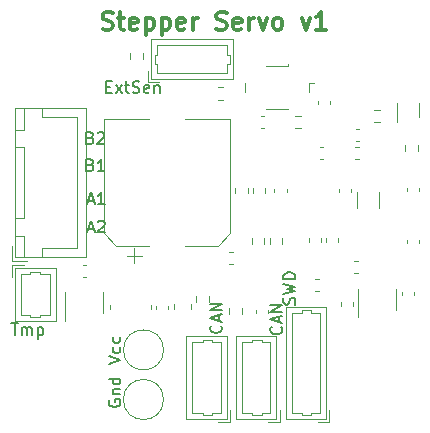
<source format=gbr>
%TF.GenerationSoftware,KiCad,Pcbnew,5.1.10-88a1d61d58~88~ubuntu20.04.1*%
%TF.CreationDate,2021-05-10T19:00:39+02:00*%
%TF.ProjectId,StepperServo,53746570-7065-4725-9365-72766f2e6b69,rev?*%
%TF.SameCoordinates,Original*%
%TF.FileFunction,Legend,Top*%
%TF.FilePolarity,Positive*%
%FSLAX46Y46*%
G04 Gerber Fmt 4.6, Leading zero omitted, Abs format (unit mm)*
G04 Created by KiCad (PCBNEW 5.1.10-88a1d61d58~88~ubuntu20.04.1) date 2021-05-10 19:00:39*
%MOMM*%
%LPD*%
G01*
G04 APERTURE LIST*
%ADD10C,0.150000*%
%ADD11C,0.300000*%
%ADD12C,0.120000*%
G04 APERTURE END LIST*
D10*
X157757142Y-116242857D02*
X157804761Y-116290476D01*
X157852380Y-116433333D01*
X157852380Y-116528571D01*
X157804761Y-116671428D01*
X157709523Y-116766666D01*
X157614285Y-116814285D01*
X157423809Y-116861904D01*
X157280952Y-116861904D01*
X157090476Y-116814285D01*
X156995238Y-116766666D01*
X156900000Y-116671428D01*
X156852380Y-116528571D01*
X156852380Y-116433333D01*
X156900000Y-116290476D01*
X156947619Y-116242857D01*
X157566666Y-115861904D02*
X157566666Y-115385714D01*
X157852380Y-115957142D02*
X156852380Y-115623809D01*
X157852380Y-115290476D01*
X157852380Y-114957142D02*
X156852380Y-114957142D01*
X157852380Y-114385714D01*
X156852380Y-114385714D01*
X152657142Y-116142857D02*
X152704761Y-116190476D01*
X152752380Y-116333333D01*
X152752380Y-116428571D01*
X152704761Y-116571428D01*
X152609523Y-116666666D01*
X152514285Y-116714285D01*
X152323809Y-116761904D01*
X152180952Y-116761904D01*
X151990476Y-116714285D01*
X151895238Y-116666666D01*
X151800000Y-116571428D01*
X151752380Y-116428571D01*
X151752380Y-116333333D01*
X151800000Y-116190476D01*
X151847619Y-116142857D01*
X152466666Y-115761904D02*
X152466666Y-115285714D01*
X152752380Y-115857142D02*
X151752380Y-115523809D01*
X152752380Y-115190476D01*
X152752380Y-114857142D02*
X151752380Y-114857142D01*
X152752380Y-114285714D01*
X151752380Y-114285714D01*
X158904761Y-114357142D02*
X158952380Y-114214285D01*
X158952380Y-113976190D01*
X158904761Y-113880952D01*
X158857142Y-113833333D01*
X158761904Y-113785714D01*
X158666666Y-113785714D01*
X158571428Y-113833333D01*
X158523809Y-113880952D01*
X158476190Y-113976190D01*
X158428571Y-114166666D01*
X158380952Y-114261904D01*
X158333333Y-114309523D01*
X158238095Y-114357142D01*
X158142857Y-114357142D01*
X158047619Y-114309523D01*
X158000000Y-114261904D01*
X157952380Y-114166666D01*
X157952380Y-113928571D01*
X158000000Y-113785714D01*
X157952380Y-113452380D02*
X158952380Y-113214285D01*
X158238095Y-113023809D01*
X158952380Y-112833333D01*
X157952380Y-112595238D01*
X158952380Y-112214285D02*
X157952380Y-112214285D01*
X157952380Y-111976190D01*
X158000000Y-111833333D01*
X158095238Y-111738095D01*
X158190476Y-111690476D01*
X158380952Y-111642857D01*
X158523809Y-111642857D01*
X158714285Y-111690476D01*
X158809523Y-111738095D01*
X158904761Y-111833333D01*
X158952380Y-111976190D01*
X158952380Y-112214285D01*
X142938095Y-95928571D02*
X143271428Y-95928571D01*
X143414285Y-96452380D02*
X142938095Y-96452380D01*
X142938095Y-95452380D01*
X143414285Y-95452380D01*
X143747619Y-96452380D02*
X144271428Y-95785714D01*
X143747619Y-95785714D02*
X144271428Y-96452380D01*
X144509523Y-95785714D02*
X144890476Y-95785714D01*
X144652380Y-95452380D02*
X144652380Y-96309523D01*
X144700000Y-96404761D01*
X144795238Y-96452380D01*
X144890476Y-96452380D01*
X145176190Y-96404761D02*
X145319047Y-96452380D01*
X145557142Y-96452380D01*
X145652380Y-96404761D01*
X145700000Y-96357142D01*
X145747619Y-96261904D01*
X145747619Y-96166666D01*
X145700000Y-96071428D01*
X145652380Y-96023809D01*
X145557142Y-95976190D01*
X145366666Y-95928571D01*
X145271428Y-95880952D01*
X145223809Y-95833333D01*
X145176190Y-95738095D01*
X145176190Y-95642857D01*
X145223809Y-95547619D01*
X145271428Y-95500000D01*
X145366666Y-95452380D01*
X145604761Y-95452380D01*
X145747619Y-95500000D01*
X146557142Y-96404761D02*
X146461904Y-96452380D01*
X146271428Y-96452380D01*
X146176190Y-96404761D01*
X146128571Y-96309523D01*
X146128571Y-95928571D01*
X146176190Y-95833333D01*
X146271428Y-95785714D01*
X146461904Y-95785714D01*
X146557142Y-95833333D01*
X146604761Y-95928571D01*
X146604761Y-96023809D01*
X146128571Y-96119047D01*
X147033333Y-95785714D02*
X147033333Y-96452380D01*
X147033333Y-95880952D02*
X147080952Y-95833333D01*
X147176190Y-95785714D01*
X147319047Y-95785714D01*
X147414285Y-95833333D01*
X147461904Y-95928571D01*
X147461904Y-96452380D01*
X141385714Y-107966666D02*
X141861904Y-107966666D01*
X141290476Y-108252380D02*
X141623809Y-107252380D01*
X141957142Y-108252380D01*
X142242857Y-107347619D02*
X142290476Y-107300000D01*
X142385714Y-107252380D01*
X142623809Y-107252380D01*
X142719047Y-107300000D01*
X142766666Y-107347619D01*
X142814285Y-107442857D01*
X142814285Y-107538095D01*
X142766666Y-107680952D01*
X142195238Y-108252380D01*
X142814285Y-108252380D01*
X141385714Y-105566666D02*
X141861904Y-105566666D01*
X141290476Y-105852380D02*
X141623809Y-104852380D01*
X141957142Y-105852380D01*
X142814285Y-105852380D02*
X142242857Y-105852380D01*
X142528571Y-105852380D02*
X142528571Y-104852380D01*
X142433333Y-104995238D01*
X142338095Y-105090476D01*
X142242857Y-105138095D01*
X141595238Y-100228571D02*
X141738095Y-100276190D01*
X141785714Y-100323809D01*
X141833333Y-100419047D01*
X141833333Y-100561904D01*
X141785714Y-100657142D01*
X141738095Y-100704761D01*
X141642857Y-100752380D01*
X141261904Y-100752380D01*
X141261904Y-99752380D01*
X141595238Y-99752380D01*
X141690476Y-99800000D01*
X141738095Y-99847619D01*
X141785714Y-99942857D01*
X141785714Y-100038095D01*
X141738095Y-100133333D01*
X141690476Y-100180952D01*
X141595238Y-100228571D01*
X141261904Y-100228571D01*
X142214285Y-99847619D02*
X142261904Y-99800000D01*
X142357142Y-99752380D01*
X142595238Y-99752380D01*
X142690476Y-99800000D01*
X142738095Y-99847619D01*
X142785714Y-99942857D01*
X142785714Y-100038095D01*
X142738095Y-100180952D01*
X142166666Y-100752380D01*
X142785714Y-100752380D01*
X141595238Y-102528571D02*
X141738095Y-102576190D01*
X141785714Y-102623809D01*
X141833333Y-102719047D01*
X141833333Y-102861904D01*
X141785714Y-102957142D01*
X141738095Y-103004761D01*
X141642857Y-103052380D01*
X141261904Y-103052380D01*
X141261904Y-102052380D01*
X141595238Y-102052380D01*
X141690476Y-102100000D01*
X141738095Y-102147619D01*
X141785714Y-102242857D01*
X141785714Y-102338095D01*
X141738095Y-102433333D01*
X141690476Y-102480952D01*
X141595238Y-102528571D01*
X141261904Y-102528571D01*
X142785714Y-103052380D02*
X142214285Y-103052380D01*
X142500000Y-103052380D02*
X142500000Y-102052380D01*
X142404761Y-102195238D01*
X142309523Y-102290476D01*
X142214285Y-102338095D01*
X134895238Y-115952380D02*
X135466666Y-115952380D01*
X135180952Y-116952380D02*
X135180952Y-115952380D01*
X135800000Y-116952380D02*
X135800000Y-116285714D01*
X135800000Y-116380952D02*
X135847619Y-116333333D01*
X135942857Y-116285714D01*
X136085714Y-116285714D01*
X136180952Y-116333333D01*
X136228571Y-116428571D01*
X136228571Y-116952380D01*
X136228571Y-116428571D02*
X136276190Y-116333333D01*
X136371428Y-116285714D01*
X136514285Y-116285714D01*
X136609523Y-116333333D01*
X136657142Y-116428571D01*
X136657142Y-116952380D01*
X137133333Y-116285714D02*
X137133333Y-117285714D01*
X137133333Y-116333333D02*
X137228571Y-116285714D01*
X137419047Y-116285714D01*
X137514285Y-116333333D01*
X137561904Y-116380952D01*
X137609523Y-116476190D01*
X137609523Y-116761904D01*
X137561904Y-116857142D01*
X137514285Y-116904761D01*
X137419047Y-116952380D01*
X137228571Y-116952380D01*
X137133333Y-116904761D01*
X143152380Y-119390476D02*
X144152380Y-119057142D01*
X143152380Y-118723809D01*
X144104761Y-117961904D02*
X144152380Y-118057142D01*
X144152380Y-118247619D01*
X144104761Y-118342857D01*
X144057142Y-118390476D01*
X143961904Y-118438095D01*
X143676190Y-118438095D01*
X143580952Y-118390476D01*
X143533333Y-118342857D01*
X143485714Y-118247619D01*
X143485714Y-118057142D01*
X143533333Y-117961904D01*
X144104761Y-117104761D02*
X144152380Y-117200000D01*
X144152380Y-117390476D01*
X144104761Y-117485714D01*
X144057142Y-117533333D01*
X143961904Y-117580952D01*
X143676190Y-117580952D01*
X143580952Y-117533333D01*
X143533333Y-117485714D01*
X143485714Y-117390476D01*
X143485714Y-117200000D01*
X143533333Y-117104761D01*
X143200000Y-122442857D02*
X143152380Y-122538095D01*
X143152380Y-122680952D01*
X143200000Y-122823809D01*
X143295238Y-122919047D01*
X143390476Y-122966666D01*
X143580952Y-123014285D01*
X143723809Y-123014285D01*
X143914285Y-122966666D01*
X144009523Y-122919047D01*
X144104761Y-122823809D01*
X144152380Y-122680952D01*
X144152380Y-122585714D01*
X144104761Y-122442857D01*
X144057142Y-122395238D01*
X143723809Y-122395238D01*
X143723809Y-122585714D01*
X143485714Y-121966666D02*
X144152380Y-121966666D01*
X143580952Y-121966666D02*
X143533333Y-121919047D01*
X143485714Y-121823809D01*
X143485714Y-121680952D01*
X143533333Y-121585714D01*
X143628571Y-121538095D01*
X144152380Y-121538095D01*
X144152380Y-120633333D02*
X143152380Y-120633333D01*
X144104761Y-120633333D02*
X144152380Y-120728571D01*
X144152380Y-120919047D01*
X144104761Y-121014285D01*
X144057142Y-121061904D01*
X143961904Y-121109523D01*
X143676190Y-121109523D01*
X143580952Y-121061904D01*
X143533333Y-121014285D01*
X143485714Y-120919047D01*
X143485714Y-120728571D01*
X143533333Y-120633333D01*
D11*
X142635714Y-91007142D02*
X142850000Y-91078571D01*
X143207142Y-91078571D01*
X143350000Y-91007142D01*
X143421428Y-90935714D01*
X143492857Y-90792857D01*
X143492857Y-90650000D01*
X143421428Y-90507142D01*
X143350000Y-90435714D01*
X143207142Y-90364285D01*
X142921428Y-90292857D01*
X142778571Y-90221428D01*
X142707142Y-90150000D01*
X142635714Y-90007142D01*
X142635714Y-89864285D01*
X142707142Y-89721428D01*
X142778571Y-89650000D01*
X142921428Y-89578571D01*
X143278571Y-89578571D01*
X143492857Y-89650000D01*
X143921428Y-90078571D02*
X144492857Y-90078571D01*
X144135714Y-89578571D02*
X144135714Y-90864285D01*
X144207142Y-91007142D01*
X144350000Y-91078571D01*
X144492857Y-91078571D01*
X145564285Y-91007142D02*
X145421428Y-91078571D01*
X145135714Y-91078571D01*
X144992857Y-91007142D01*
X144921428Y-90864285D01*
X144921428Y-90292857D01*
X144992857Y-90150000D01*
X145135714Y-90078571D01*
X145421428Y-90078571D01*
X145564285Y-90150000D01*
X145635714Y-90292857D01*
X145635714Y-90435714D01*
X144921428Y-90578571D01*
X146278571Y-90078571D02*
X146278571Y-91578571D01*
X146278571Y-90150000D02*
X146421428Y-90078571D01*
X146707142Y-90078571D01*
X146850000Y-90150000D01*
X146921428Y-90221428D01*
X146992857Y-90364285D01*
X146992857Y-90792857D01*
X146921428Y-90935714D01*
X146850000Y-91007142D01*
X146707142Y-91078571D01*
X146421428Y-91078571D01*
X146278571Y-91007142D01*
X147635714Y-90078571D02*
X147635714Y-91578571D01*
X147635714Y-90150000D02*
X147778571Y-90078571D01*
X148064285Y-90078571D01*
X148207142Y-90150000D01*
X148278571Y-90221428D01*
X148350000Y-90364285D01*
X148350000Y-90792857D01*
X148278571Y-90935714D01*
X148207142Y-91007142D01*
X148064285Y-91078571D01*
X147778571Y-91078571D01*
X147635714Y-91007142D01*
X149564285Y-91007142D02*
X149421428Y-91078571D01*
X149135714Y-91078571D01*
X148992857Y-91007142D01*
X148921428Y-90864285D01*
X148921428Y-90292857D01*
X148992857Y-90150000D01*
X149135714Y-90078571D01*
X149421428Y-90078571D01*
X149564285Y-90150000D01*
X149635714Y-90292857D01*
X149635714Y-90435714D01*
X148921428Y-90578571D01*
X150278571Y-91078571D02*
X150278571Y-90078571D01*
X150278571Y-90364285D02*
X150350000Y-90221428D01*
X150421428Y-90150000D01*
X150564285Y-90078571D01*
X150707142Y-90078571D01*
X152278571Y-91007142D02*
X152492857Y-91078571D01*
X152850000Y-91078571D01*
X152992857Y-91007142D01*
X153064285Y-90935714D01*
X153135714Y-90792857D01*
X153135714Y-90650000D01*
X153064285Y-90507142D01*
X152992857Y-90435714D01*
X152850000Y-90364285D01*
X152564285Y-90292857D01*
X152421428Y-90221428D01*
X152350000Y-90150000D01*
X152278571Y-90007142D01*
X152278571Y-89864285D01*
X152350000Y-89721428D01*
X152421428Y-89650000D01*
X152564285Y-89578571D01*
X152921428Y-89578571D01*
X153135714Y-89650000D01*
X154350000Y-91007142D02*
X154207142Y-91078571D01*
X153921428Y-91078571D01*
X153778571Y-91007142D01*
X153707142Y-90864285D01*
X153707142Y-90292857D01*
X153778571Y-90150000D01*
X153921428Y-90078571D01*
X154207142Y-90078571D01*
X154350000Y-90150000D01*
X154421428Y-90292857D01*
X154421428Y-90435714D01*
X153707142Y-90578571D01*
X155064285Y-91078571D02*
X155064285Y-90078571D01*
X155064285Y-90364285D02*
X155135714Y-90221428D01*
X155207142Y-90150000D01*
X155350000Y-90078571D01*
X155492857Y-90078571D01*
X155850000Y-90078571D02*
X156207142Y-91078571D01*
X156564285Y-90078571D01*
X157350000Y-91078571D02*
X157207142Y-91007142D01*
X157135714Y-90935714D01*
X157064285Y-90792857D01*
X157064285Y-90364285D01*
X157135714Y-90221428D01*
X157207142Y-90150000D01*
X157350000Y-90078571D01*
X157564285Y-90078571D01*
X157707142Y-90150000D01*
X157778571Y-90221428D01*
X157850000Y-90364285D01*
X157850000Y-90792857D01*
X157778571Y-90935714D01*
X157707142Y-91007142D01*
X157564285Y-91078571D01*
X157350000Y-91078571D01*
X159492857Y-90078571D02*
X159850000Y-91078571D01*
X160207142Y-90078571D01*
X161564285Y-91078571D02*
X160707142Y-91078571D01*
X161135714Y-91078571D02*
X161135714Y-89578571D01*
X160992857Y-89792857D01*
X160850000Y-89935714D01*
X160707142Y-90007142D01*
D12*
%TO.C,C41*%
X140959420Y-112010000D02*
X141240580Y-112010000D01*
X140959420Y-110990000D02*
X141240580Y-110990000D01*
%TO.C,U7*%
X142710000Y-115100000D02*
X142710000Y-113300000D01*
X139490000Y-113300000D02*
X139490000Y-115750000D01*
%TO.C,R23*%
X151622500Y-113662742D02*
X151622500Y-114137258D01*
X150577500Y-113662742D02*
X150577500Y-114137258D01*
%TO.C,R1*%
X146710000Y-114367017D02*
X146710000Y-114732983D01*
X143290000Y-114367017D02*
X143290000Y-114732983D01*
%TO.C,C40*%
X161110000Y-108759420D02*
X161110000Y-109040580D01*
X160090000Y-108759420D02*
X160090000Y-109040580D01*
%TO.C,C7*%
X162610000Y-108759420D02*
X162610000Y-109040580D01*
X161590000Y-108759420D02*
X161590000Y-109040580D01*
%TO.C,U1*%
X167510000Y-114800000D02*
X167510000Y-113000000D01*
X164290000Y-113000000D02*
X164290000Y-115450000D01*
%TO.C,R19*%
X159412258Y-99422500D02*
X158937742Y-99422500D01*
X159412258Y-98377500D02*
X158937742Y-98377500D01*
%TO.C,R4*%
X156777500Y-109212258D02*
X156777500Y-108737742D01*
X157822500Y-109212258D02*
X157822500Y-108737742D01*
%TO.C,J6*%
X138660000Y-111290000D02*
X135240000Y-111290000D01*
X135240000Y-111290000D02*
X135240000Y-115760000D01*
X135240000Y-115760000D02*
X138660000Y-115760000D01*
X138660000Y-115760000D02*
X138660000Y-111290000D01*
X135750000Y-113525000D02*
X135750000Y-111800000D01*
X135750000Y-111800000D02*
X136500000Y-111800000D01*
X136500000Y-111800000D02*
X136500000Y-111600000D01*
X136500000Y-111600000D02*
X137300000Y-111600000D01*
X137300000Y-111600000D02*
X137300000Y-111800000D01*
X137300000Y-111800000D02*
X138150000Y-111800000D01*
X138150000Y-111800000D02*
X138150000Y-113525000D01*
X135750000Y-113525000D02*
X135750000Y-115250000D01*
X135750000Y-115250000D02*
X136500000Y-115250000D01*
X136500000Y-115250000D02*
X136500000Y-115450000D01*
X136500000Y-115450000D02*
X137300000Y-115450000D01*
X137300000Y-115450000D02*
X137300000Y-115250000D01*
X137300000Y-115250000D02*
X138150000Y-115250000D01*
X138150000Y-115250000D02*
X138150000Y-113525000D01*
X134950000Y-111000000D02*
X135950000Y-111000000D01*
X134950000Y-111000000D02*
X134950000Y-112000000D01*
%TO.C,J4*%
X146740000Y-91840000D02*
X146740000Y-95260000D01*
X146740000Y-95260000D02*
X153710000Y-95260000D01*
X153710000Y-95260000D02*
X153710000Y-91840000D01*
X153710000Y-91840000D02*
X146740000Y-91840000D01*
X150225000Y-94750000D02*
X147250000Y-94750000D01*
X147250000Y-94750000D02*
X147250000Y-94000000D01*
X147250000Y-94000000D02*
X147050000Y-94000000D01*
X147050000Y-94000000D02*
X147050000Y-93200000D01*
X147050000Y-93200000D02*
X147250000Y-93200000D01*
X147250000Y-93200000D02*
X147250000Y-92350000D01*
X147250000Y-92350000D02*
X150225000Y-92350000D01*
X150225000Y-94750000D02*
X153200000Y-94750000D01*
X153200000Y-94750000D02*
X153200000Y-94000000D01*
X153200000Y-94000000D02*
X153400000Y-94000000D01*
X153400000Y-94000000D02*
X153400000Y-93200000D01*
X153400000Y-93200000D02*
X153200000Y-93200000D01*
X153200000Y-93200000D02*
X153200000Y-92350000D01*
X153200000Y-92350000D02*
X150225000Y-92350000D01*
X146450000Y-95550000D02*
X146450000Y-94550000D01*
X146450000Y-95550000D02*
X147450000Y-95550000D01*
%TO.C,C39*%
X153640580Y-110910000D02*
X153359420Y-110910000D01*
X153640580Y-109890000D02*
X153359420Y-109890000D01*
%TO.C,C35*%
X163710000Y-104559420D02*
X163710000Y-104840580D01*
X162690000Y-104559420D02*
X162690000Y-104840580D01*
%TO.C,C34*%
X160890000Y-97365580D02*
X160890000Y-97084420D01*
X161910000Y-97365580D02*
X161910000Y-97084420D01*
%TO.C,C33*%
X156059420Y-98390000D02*
X156340580Y-98390000D01*
X156059420Y-99410000D02*
X156340580Y-99410000D01*
%TO.C,C30*%
X164315580Y-102010000D02*
X164034420Y-102010000D01*
X164315580Y-100990000D02*
X164034420Y-100990000D01*
%TO.C,C28*%
X164365580Y-100510000D02*
X164084420Y-100510000D01*
X164365580Y-99490000D02*
X164084420Y-99490000D01*
%TO.C,C27*%
X169410000Y-108859420D02*
X169410000Y-109140580D01*
X168390000Y-108859420D02*
X168390000Y-109140580D01*
%TO.C,C26*%
X168390000Y-104740580D02*
X168390000Y-104459420D01*
X169410000Y-104740580D02*
X169410000Y-104459420D01*
%TO.C,C25*%
X157190000Y-104840580D02*
X157190000Y-104559420D01*
X158210000Y-104840580D02*
X158210000Y-104559420D01*
%TO.C,C24*%
X161315580Y-102010000D02*
X161034420Y-102010000D01*
X161315580Y-100990000D02*
X161034420Y-100990000D01*
%TO.C,C23*%
X160940580Y-113210000D02*
X160659420Y-113210000D01*
X160940580Y-112190000D02*
X160659420Y-112190000D01*
%TO.C,C5*%
X164190000Y-106211252D02*
X164190000Y-104788748D01*
X166010000Y-106211252D02*
X166010000Y-104788748D01*
%TO.C,Y1*%
X160500000Y-95600000D02*
X160100000Y-95600000D01*
X160100000Y-95600000D02*
X160100000Y-96400000D01*
X154700000Y-96400000D02*
X154700000Y-95600000D01*
X158300000Y-97800000D02*
X156500000Y-97800000D01*
X156500000Y-94200000D02*
X158300000Y-94200000D01*
X158300000Y-94200000D02*
X158300000Y-93960000D01*
%TO.C,R22*%
X165637742Y-97877500D02*
X166112258Y-97877500D01*
X165637742Y-98922500D02*
X166112258Y-98922500D01*
%TO.C,R21*%
X168277500Y-101337258D02*
X168277500Y-100862742D01*
X169322500Y-101337258D02*
X169322500Y-100862742D01*
%TO.C,R15*%
X153877500Y-104937258D02*
X153877500Y-104462742D01*
X154922500Y-104937258D02*
X154922500Y-104462742D01*
%TO.C,R14*%
X155377500Y-104937258D02*
X155377500Y-104462742D01*
X156422500Y-104937258D02*
X156422500Y-104462742D01*
%TO.C,R13*%
X146022500Y-93062742D02*
X146022500Y-93537258D01*
X144977500Y-93062742D02*
X144977500Y-93537258D01*
%TO.C,R12*%
X152387742Y-95977500D02*
X152862258Y-95977500D01*
X152387742Y-97022500D02*
X152862258Y-97022500D01*
%TO.C,R6*%
X155277500Y-109237258D02*
X155277500Y-108762742D01*
X156322500Y-109237258D02*
X156322500Y-108762742D01*
%TO.C,R3*%
X150135000Y-114272936D02*
X150135000Y-114727064D01*
X148665000Y-114272936D02*
X148665000Y-114727064D01*
%TO.C,R2*%
X154422500Y-114662742D02*
X154422500Y-115137258D01*
X153377500Y-114662742D02*
X153377500Y-115137258D01*
%TO.C,J_SWD1*%
X158140000Y-124010000D02*
X161560000Y-124010000D01*
X161560000Y-124010000D02*
X161560000Y-114540000D01*
X161560000Y-114540000D02*
X158140000Y-114540000D01*
X158140000Y-114540000D02*
X158140000Y-124010000D01*
X161050000Y-119275000D02*
X161050000Y-123500000D01*
X161050000Y-123500000D02*
X160300000Y-123500000D01*
X160300000Y-123500000D02*
X160300000Y-123700000D01*
X160300000Y-123700000D02*
X159500000Y-123700000D01*
X159500000Y-123700000D02*
X159500000Y-123500000D01*
X159500000Y-123500000D02*
X158650000Y-123500000D01*
X158650000Y-123500000D02*
X158650000Y-119275000D01*
X161050000Y-119275000D02*
X161050000Y-115050000D01*
X161050000Y-115050000D02*
X160300000Y-115050000D01*
X160300000Y-115050000D02*
X160300000Y-114850000D01*
X160300000Y-114850000D02*
X159500000Y-114850000D01*
X159500000Y-114850000D02*
X159500000Y-115050000D01*
X159500000Y-115050000D02*
X158650000Y-115050000D01*
X158650000Y-115050000D02*
X158650000Y-119275000D01*
X161850000Y-124300000D02*
X160850000Y-124300000D01*
X161850000Y-124300000D02*
X161850000Y-123300000D01*
%TO.C,J_CAN2*%
X149740000Y-124010000D02*
X153160000Y-124010000D01*
X153160000Y-124010000D02*
X153160000Y-117040000D01*
X153160000Y-117040000D02*
X149740000Y-117040000D01*
X149740000Y-117040000D02*
X149740000Y-124010000D01*
X152650000Y-120525000D02*
X152650000Y-123500000D01*
X152650000Y-123500000D02*
X151900000Y-123500000D01*
X151900000Y-123500000D02*
X151900000Y-123700000D01*
X151900000Y-123700000D02*
X151100000Y-123700000D01*
X151100000Y-123700000D02*
X151100000Y-123500000D01*
X151100000Y-123500000D02*
X150250000Y-123500000D01*
X150250000Y-123500000D02*
X150250000Y-120525000D01*
X152650000Y-120525000D02*
X152650000Y-117550000D01*
X152650000Y-117550000D02*
X151900000Y-117550000D01*
X151900000Y-117550000D02*
X151900000Y-117350000D01*
X151900000Y-117350000D02*
X151100000Y-117350000D01*
X151100000Y-117350000D02*
X151100000Y-117550000D01*
X151100000Y-117550000D02*
X150250000Y-117550000D01*
X150250000Y-117550000D02*
X150250000Y-120525000D01*
X153450000Y-124300000D02*
X152450000Y-124300000D01*
X153450000Y-124300000D02*
X153450000Y-123300000D01*
%TO.C,J_CAN1*%
X153940000Y-124010000D02*
X157360000Y-124010000D01*
X157360000Y-124010000D02*
X157360000Y-117040000D01*
X157360000Y-117040000D02*
X153940000Y-117040000D01*
X153940000Y-117040000D02*
X153940000Y-124010000D01*
X156850000Y-120525000D02*
X156850000Y-123500000D01*
X156850000Y-123500000D02*
X156100000Y-123500000D01*
X156100000Y-123500000D02*
X156100000Y-123700000D01*
X156100000Y-123700000D02*
X155300000Y-123700000D01*
X155300000Y-123700000D02*
X155300000Y-123500000D01*
X155300000Y-123500000D02*
X154450000Y-123500000D01*
X154450000Y-123500000D02*
X154450000Y-120525000D01*
X156850000Y-120525000D02*
X156850000Y-117550000D01*
X156850000Y-117550000D02*
X156100000Y-117550000D01*
X156100000Y-117550000D02*
X156100000Y-117350000D01*
X156100000Y-117350000D02*
X155300000Y-117350000D01*
X155300000Y-117350000D02*
X155300000Y-117550000D01*
X155300000Y-117550000D02*
X154450000Y-117550000D01*
X154450000Y-117550000D02*
X154450000Y-120525000D01*
X157650000Y-124300000D02*
X156650000Y-124300000D01*
X157650000Y-124300000D02*
X157650000Y-123300000D01*
%TO.C,J3*%
X135240000Y-110360000D02*
X141210000Y-110360000D01*
X141210000Y-110360000D02*
X141210000Y-97740000D01*
X141210000Y-97740000D02*
X135240000Y-97740000D01*
X135240000Y-97740000D02*
X135240000Y-110360000D01*
X135250000Y-107050000D02*
X136000000Y-107050000D01*
X136000000Y-107050000D02*
X136000000Y-101050000D01*
X136000000Y-101050000D02*
X135250000Y-101050000D01*
X135250000Y-101050000D02*
X135250000Y-107050000D01*
X135250000Y-110350000D02*
X136000000Y-110350000D01*
X136000000Y-110350000D02*
X136000000Y-108550000D01*
X136000000Y-108550000D02*
X135250000Y-108550000D01*
X135250000Y-108550000D02*
X135250000Y-110350000D01*
X135250000Y-99550000D02*
X136000000Y-99550000D01*
X136000000Y-99550000D02*
X136000000Y-97750000D01*
X136000000Y-97750000D02*
X135250000Y-97750000D01*
X135250000Y-97750000D02*
X135250000Y-99550000D01*
X137500000Y-110350000D02*
X137500000Y-109600000D01*
X137500000Y-109600000D02*
X140450000Y-109600000D01*
X140450000Y-109600000D02*
X140450000Y-104050000D01*
X137500000Y-97750000D02*
X137500000Y-98500000D01*
X137500000Y-98500000D02*
X140450000Y-98500000D01*
X140450000Y-98500000D02*
X140450000Y-104050000D01*
X134950000Y-109400000D02*
X134950000Y-110650000D01*
X134950000Y-110650000D02*
X136200000Y-110650000D01*
%TO.C,J2*%
X147800000Y-122400000D02*
G75*
G03*
X147800000Y-122400000I-1700000J0D01*
G01*
%TO.C,J1*%
X147800000Y-118200000D02*
G75*
G03*
X147800000Y-118200000I-1700000J0D01*
G01*
%TO.C,D1*%
X167550000Y-98900000D02*
X167550000Y-97300000D01*
X169450000Y-98450000D02*
X169450000Y-97300000D01*
%TO.C,C9*%
X148210000Y-114459420D02*
X148210000Y-114740580D01*
X147190000Y-114459420D02*
X147190000Y-114740580D01*
%TO.C,C6*%
X153460000Y-98640000D02*
X149610000Y-98640000D01*
X142740000Y-98640000D02*
X146590000Y-98640000D01*
X142740000Y-108295563D02*
X142740000Y-98640000D01*
X153460000Y-108295563D02*
X153460000Y-98640000D01*
X152395563Y-109360000D02*
X149610000Y-109360000D01*
X143804437Y-109360000D02*
X146590000Y-109360000D01*
X143804437Y-109360000D02*
X142740000Y-108295563D01*
X152395563Y-109360000D02*
X153460000Y-108295563D01*
X145340000Y-110850000D02*
X145340000Y-109600000D01*
X144715000Y-110225000D02*
X145965000Y-110225000D01*
%TO.C,C4*%
X164240580Y-111710000D02*
X163959420Y-111710000D01*
X164240580Y-110690000D02*
X163959420Y-110690000D01*
%TO.C,C3*%
X169010000Y-113284420D02*
X169010000Y-113565580D01*
X167990000Y-113284420D02*
X167990000Y-113565580D01*
%TO.C,C2*%
X162790000Y-114440580D02*
X162790000Y-114159420D01*
X163810000Y-114440580D02*
X163810000Y-114159420D01*
%TO.C,C1*%
X155590000Y-115065580D02*
X155590000Y-114784420D01*
X156610000Y-115065580D02*
X156610000Y-114784420D01*
%TD*%
M02*

</source>
